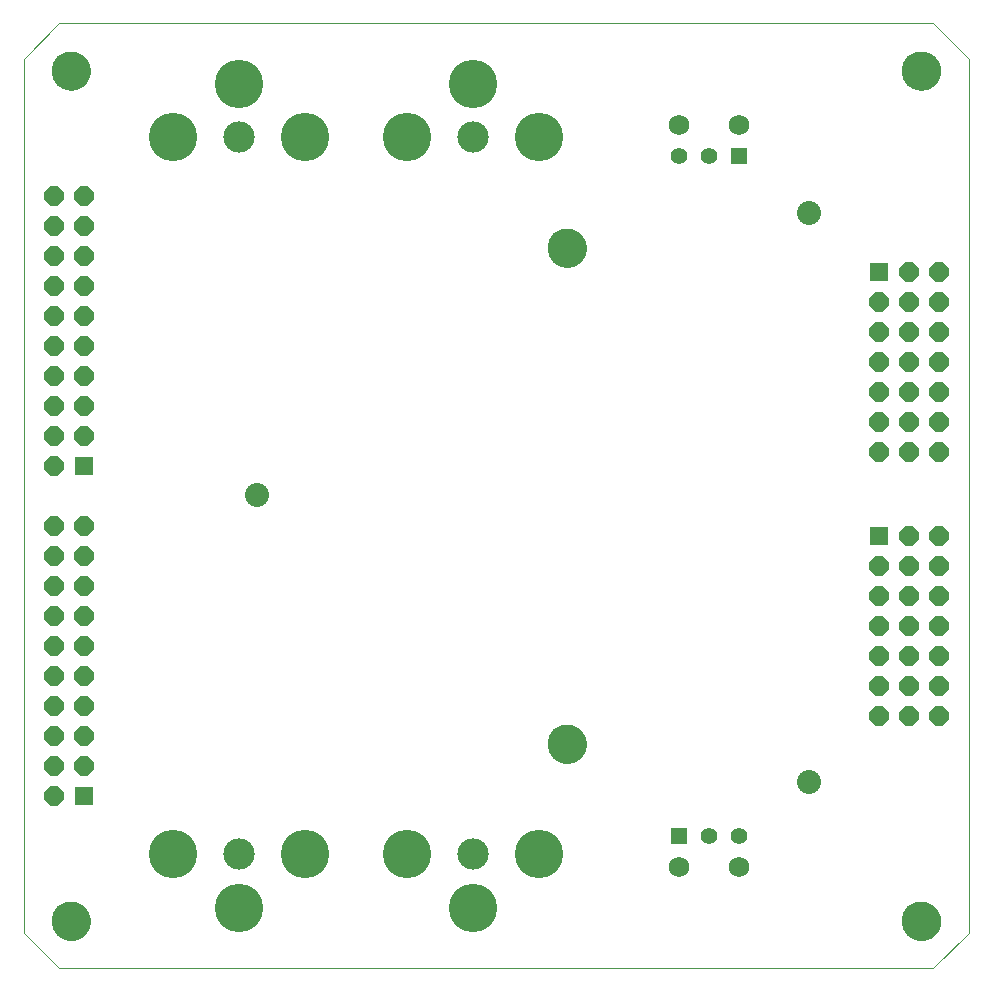
<source format=gbs>
G75*
%MOIN*%
%OFA0B0*%
%FSLAX25Y25*%
%IPPOS*%
%LPD*%
%AMOC8*
5,1,8,0,0,1.08239X$1,22.5*
%
%ADD10C,0.05550*%
%ADD11R,0.05550X0.05550*%
%ADD12C,0.06896*%
%ADD13C,0.10439*%
%ADD14C,0.16148*%
%ADD15C,0.08000*%
%ADD16OC8,0.06400*%
%ADD17R,0.06400X0.06400*%
%ADD18C,0.00000*%
%ADD19C,0.12998*%
D10*
X0238537Y0054643D03*
X0248537Y0054643D03*
X0238537Y0281257D03*
X0228537Y0281257D03*
D11*
X0248537Y0281257D03*
X0228537Y0054643D03*
D12*
X0228537Y0044328D03*
X0248537Y0044328D03*
X0248537Y0291612D03*
X0228537Y0291612D03*
D13*
X0159837Y0287426D03*
X0082137Y0287426D03*
X0082137Y0048457D03*
X0159837Y0048457D03*
D14*
X0159837Y0030741D03*
X0137837Y0048457D03*
X0104137Y0048457D03*
X0082137Y0030741D03*
X0060137Y0048457D03*
X0181837Y0048457D03*
X0181837Y0287426D03*
X0159837Y0305143D03*
X0137837Y0287426D03*
X0104137Y0287426D03*
X0082137Y0305143D03*
X0060137Y0287426D03*
D15*
X0088011Y0168143D03*
X0272011Y0262143D03*
X0272011Y0072643D03*
D16*
X0295200Y0094457D03*
X0305200Y0094457D03*
X0315200Y0094457D03*
X0315200Y0104457D03*
X0305200Y0104457D03*
X0295200Y0104457D03*
X0295200Y0114457D03*
X0305200Y0114457D03*
X0315200Y0114457D03*
X0315200Y0124457D03*
X0305200Y0124457D03*
X0295200Y0124457D03*
X0295200Y0134457D03*
X0305200Y0134457D03*
X0315200Y0134457D03*
X0315200Y0144457D03*
X0315200Y0154457D03*
X0305200Y0154457D03*
X0305200Y0144457D03*
X0295200Y0144457D03*
X0295200Y0182457D03*
X0305200Y0182457D03*
X0315200Y0182457D03*
X0315200Y0192457D03*
X0305200Y0192457D03*
X0295200Y0192457D03*
X0295200Y0202457D03*
X0305200Y0202457D03*
X0315200Y0202457D03*
X0315200Y0212457D03*
X0305200Y0212457D03*
X0295200Y0212457D03*
X0295200Y0222457D03*
X0305200Y0222457D03*
X0315200Y0222457D03*
X0315200Y0232457D03*
X0305200Y0232457D03*
X0295200Y0232457D03*
X0305200Y0242457D03*
X0315200Y0242457D03*
X0030161Y0237918D03*
X0030161Y0227918D03*
X0030161Y0217918D03*
X0030161Y0207918D03*
X0030161Y0197918D03*
X0030161Y0187918D03*
X0020161Y0187918D03*
X0020161Y0177918D03*
X0020161Y0157918D03*
X0030161Y0157918D03*
X0030161Y0147918D03*
X0030161Y0137918D03*
X0030161Y0127918D03*
X0030161Y0117918D03*
X0030161Y0107918D03*
X0030161Y0097918D03*
X0030161Y0087918D03*
X0030161Y0077918D03*
X0020161Y0077918D03*
X0020161Y0067918D03*
X0020161Y0087918D03*
X0020161Y0097918D03*
X0020161Y0107918D03*
X0020161Y0117918D03*
X0020161Y0127918D03*
X0020161Y0137918D03*
X0020161Y0147918D03*
X0020161Y0197918D03*
X0020161Y0207918D03*
X0020161Y0217918D03*
X0020161Y0227918D03*
X0020161Y0237918D03*
X0020161Y0247918D03*
X0030161Y0247918D03*
X0030161Y0257918D03*
X0030161Y0267918D03*
X0020161Y0267918D03*
X0020161Y0257918D03*
D17*
X0030161Y0177918D03*
X0030161Y0067918D03*
X0295200Y0154457D03*
X0295200Y0242457D03*
D18*
X0022011Y0010457D02*
X0010200Y0022269D01*
X0010200Y0313607D01*
X0022011Y0325418D01*
X0313350Y0325418D01*
X0325161Y0313607D01*
X0325161Y0022269D01*
X0313350Y0010457D01*
X0022011Y0010457D01*
X0019649Y0026206D02*
X0019651Y0026364D01*
X0019657Y0026522D01*
X0019667Y0026680D01*
X0019681Y0026838D01*
X0019699Y0026995D01*
X0019720Y0027152D01*
X0019746Y0027308D01*
X0019776Y0027464D01*
X0019809Y0027619D01*
X0019847Y0027772D01*
X0019888Y0027925D01*
X0019933Y0028077D01*
X0019982Y0028228D01*
X0020035Y0028377D01*
X0020091Y0028525D01*
X0020151Y0028671D01*
X0020215Y0028816D01*
X0020283Y0028959D01*
X0020354Y0029101D01*
X0020428Y0029241D01*
X0020506Y0029378D01*
X0020588Y0029514D01*
X0020672Y0029648D01*
X0020761Y0029779D01*
X0020852Y0029908D01*
X0020947Y0030035D01*
X0021044Y0030160D01*
X0021145Y0030282D01*
X0021249Y0030401D01*
X0021356Y0030518D01*
X0021466Y0030632D01*
X0021579Y0030743D01*
X0021694Y0030852D01*
X0021812Y0030957D01*
X0021933Y0031059D01*
X0022056Y0031159D01*
X0022182Y0031255D01*
X0022310Y0031348D01*
X0022440Y0031438D01*
X0022573Y0031524D01*
X0022708Y0031608D01*
X0022844Y0031687D01*
X0022983Y0031764D01*
X0023124Y0031836D01*
X0023266Y0031906D01*
X0023410Y0031971D01*
X0023556Y0032033D01*
X0023703Y0032091D01*
X0023852Y0032146D01*
X0024002Y0032197D01*
X0024153Y0032244D01*
X0024305Y0032287D01*
X0024458Y0032326D01*
X0024613Y0032362D01*
X0024768Y0032393D01*
X0024924Y0032421D01*
X0025080Y0032445D01*
X0025237Y0032465D01*
X0025395Y0032481D01*
X0025552Y0032493D01*
X0025711Y0032501D01*
X0025869Y0032505D01*
X0026027Y0032505D01*
X0026185Y0032501D01*
X0026344Y0032493D01*
X0026501Y0032481D01*
X0026659Y0032465D01*
X0026816Y0032445D01*
X0026972Y0032421D01*
X0027128Y0032393D01*
X0027283Y0032362D01*
X0027438Y0032326D01*
X0027591Y0032287D01*
X0027743Y0032244D01*
X0027894Y0032197D01*
X0028044Y0032146D01*
X0028193Y0032091D01*
X0028340Y0032033D01*
X0028486Y0031971D01*
X0028630Y0031906D01*
X0028772Y0031836D01*
X0028913Y0031764D01*
X0029052Y0031687D01*
X0029188Y0031608D01*
X0029323Y0031524D01*
X0029456Y0031438D01*
X0029586Y0031348D01*
X0029714Y0031255D01*
X0029840Y0031159D01*
X0029963Y0031059D01*
X0030084Y0030957D01*
X0030202Y0030852D01*
X0030317Y0030743D01*
X0030430Y0030632D01*
X0030540Y0030518D01*
X0030647Y0030401D01*
X0030751Y0030282D01*
X0030852Y0030160D01*
X0030949Y0030035D01*
X0031044Y0029908D01*
X0031135Y0029779D01*
X0031224Y0029648D01*
X0031308Y0029514D01*
X0031390Y0029378D01*
X0031468Y0029241D01*
X0031542Y0029101D01*
X0031613Y0028959D01*
X0031681Y0028816D01*
X0031745Y0028671D01*
X0031805Y0028525D01*
X0031861Y0028377D01*
X0031914Y0028228D01*
X0031963Y0028077D01*
X0032008Y0027925D01*
X0032049Y0027772D01*
X0032087Y0027619D01*
X0032120Y0027464D01*
X0032150Y0027308D01*
X0032176Y0027152D01*
X0032197Y0026995D01*
X0032215Y0026838D01*
X0032229Y0026680D01*
X0032239Y0026522D01*
X0032245Y0026364D01*
X0032247Y0026206D01*
X0032245Y0026048D01*
X0032239Y0025890D01*
X0032229Y0025732D01*
X0032215Y0025574D01*
X0032197Y0025417D01*
X0032176Y0025260D01*
X0032150Y0025104D01*
X0032120Y0024948D01*
X0032087Y0024793D01*
X0032049Y0024640D01*
X0032008Y0024487D01*
X0031963Y0024335D01*
X0031914Y0024184D01*
X0031861Y0024035D01*
X0031805Y0023887D01*
X0031745Y0023741D01*
X0031681Y0023596D01*
X0031613Y0023453D01*
X0031542Y0023311D01*
X0031468Y0023171D01*
X0031390Y0023034D01*
X0031308Y0022898D01*
X0031224Y0022764D01*
X0031135Y0022633D01*
X0031044Y0022504D01*
X0030949Y0022377D01*
X0030852Y0022252D01*
X0030751Y0022130D01*
X0030647Y0022011D01*
X0030540Y0021894D01*
X0030430Y0021780D01*
X0030317Y0021669D01*
X0030202Y0021560D01*
X0030084Y0021455D01*
X0029963Y0021353D01*
X0029840Y0021253D01*
X0029714Y0021157D01*
X0029586Y0021064D01*
X0029456Y0020974D01*
X0029323Y0020888D01*
X0029188Y0020804D01*
X0029052Y0020725D01*
X0028913Y0020648D01*
X0028772Y0020576D01*
X0028630Y0020506D01*
X0028486Y0020441D01*
X0028340Y0020379D01*
X0028193Y0020321D01*
X0028044Y0020266D01*
X0027894Y0020215D01*
X0027743Y0020168D01*
X0027591Y0020125D01*
X0027438Y0020086D01*
X0027283Y0020050D01*
X0027128Y0020019D01*
X0026972Y0019991D01*
X0026816Y0019967D01*
X0026659Y0019947D01*
X0026501Y0019931D01*
X0026344Y0019919D01*
X0026185Y0019911D01*
X0026027Y0019907D01*
X0025869Y0019907D01*
X0025711Y0019911D01*
X0025552Y0019919D01*
X0025395Y0019931D01*
X0025237Y0019947D01*
X0025080Y0019967D01*
X0024924Y0019991D01*
X0024768Y0020019D01*
X0024613Y0020050D01*
X0024458Y0020086D01*
X0024305Y0020125D01*
X0024153Y0020168D01*
X0024002Y0020215D01*
X0023852Y0020266D01*
X0023703Y0020321D01*
X0023556Y0020379D01*
X0023410Y0020441D01*
X0023266Y0020506D01*
X0023124Y0020576D01*
X0022983Y0020648D01*
X0022844Y0020725D01*
X0022708Y0020804D01*
X0022573Y0020888D01*
X0022440Y0020974D01*
X0022310Y0021064D01*
X0022182Y0021157D01*
X0022056Y0021253D01*
X0021933Y0021353D01*
X0021812Y0021455D01*
X0021694Y0021560D01*
X0021579Y0021669D01*
X0021466Y0021780D01*
X0021356Y0021894D01*
X0021249Y0022011D01*
X0021145Y0022130D01*
X0021044Y0022252D01*
X0020947Y0022377D01*
X0020852Y0022504D01*
X0020761Y0022633D01*
X0020672Y0022764D01*
X0020588Y0022898D01*
X0020506Y0023034D01*
X0020428Y0023171D01*
X0020354Y0023311D01*
X0020283Y0023453D01*
X0020215Y0023596D01*
X0020151Y0023741D01*
X0020091Y0023887D01*
X0020035Y0024035D01*
X0019982Y0024184D01*
X0019933Y0024335D01*
X0019888Y0024487D01*
X0019847Y0024640D01*
X0019809Y0024793D01*
X0019776Y0024948D01*
X0019746Y0025104D01*
X0019720Y0025260D01*
X0019699Y0025417D01*
X0019681Y0025574D01*
X0019667Y0025732D01*
X0019657Y0025890D01*
X0019651Y0026048D01*
X0019649Y0026206D01*
X0185003Y0085261D02*
X0185005Y0085419D01*
X0185011Y0085577D01*
X0185021Y0085735D01*
X0185035Y0085893D01*
X0185053Y0086050D01*
X0185074Y0086207D01*
X0185100Y0086363D01*
X0185130Y0086519D01*
X0185163Y0086674D01*
X0185201Y0086827D01*
X0185242Y0086980D01*
X0185287Y0087132D01*
X0185336Y0087283D01*
X0185389Y0087432D01*
X0185445Y0087580D01*
X0185505Y0087726D01*
X0185569Y0087871D01*
X0185637Y0088014D01*
X0185708Y0088156D01*
X0185782Y0088296D01*
X0185860Y0088433D01*
X0185942Y0088569D01*
X0186026Y0088703D01*
X0186115Y0088834D01*
X0186206Y0088963D01*
X0186301Y0089090D01*
X0186398Y0089215D01*
X0186499Y0089337D01*
X0186603Y0089456D01*
X0186710Y0089573D01*
X0186820Y0089687D01*
X0186933Y0089798D01*
X0187048Y0089907D01*
X0187166Y0090012D01*
X0187287Y0090114D01*
X0187410Y0090214D01*
X0187536Y0090310D01*
X0187664Y0090403D01*
X0187794Y0090493D01*
X0187927Y0090579D01*
X0188062Y0090663D01*
X0188198Y0090742D01*
X0188337Y0090819D01*
X0188478Y0090891D01*
X0188620Y0090961D01*
X0188764Y0091026D01*
X0188910Y0091088D01*
X0189057Y0091146D01*
X0189206Y0091201D01*
X0189356Y0091252D01*
X0189507Y0091299D01*
X0189659Y0091342D01*
X0189812Y0091381D01*
X0189967Y0091417D01*
X0190122Y0091448D01*
X0190278Y0091476D01*
X0190434Y0091500D01*
X0190591Y0091520D01*
X0190749Y0091536D01*
X0190906Y0091548D01*
X0191065Y0091556D01*
X0191223Y0091560D01*
X0191381Y0091560D01*
X0191539Y0091556D01*
X0191698Y0091548D01*
X0191855Y0091536D01*
X0192013Y0091520D01*
X0192170Y0091500D01*
X0192326Y0091476D01*
X0192482Y0091448D01*
X0192637Y0091417D01*
X0192792Y0091381D01*
X0192945Y0091342D01*
X0193097Y0091299D01*
X0193248Y0091252D01*
X0193398Y0091201D01*
X0193547Y0091146D01*
X0193694Y0091088D01*
X0193840Y0091026D01*
X0193984Y0090961D01*
X0194126Y0090891D01*
X0194267Y0090819D01*
X0194406Y0090742D01*
X0194542Y0090663D01*
X0194677Y0090579D01*
X0194810Y0090493D01*
X0194940Y0090403D01*
X0195068Y0090310D01*
X0195194Y0090214D01*
X0195317Y0090114D01*
X0195438Y0090012D01*
X0195556Y0089907D01*
X0195671Y0089798D01*
X0195784Y0089687D01*
X0195894Y0089573D01*
X0196001Y0089456D01*
X0196105Y0089337D01*
X0196206Y0089215D01*
X0196303Y0089090D01*
X0196398Y0088963D01*
X0196489Y0088834D01*
X0196578Y0088703D01*
X0196662Y0088569D01*
X0196744Y0088433D01*
X0196822Y0088296D01*
X0196896Y0088156D01*
X0196967Y0088014D01*
X0197035Y0087871D01*
X0197099Y0087726D01*
X0197159Y0087580D01*
X0197215Y0087432D01*
X0197268Y0087283D01*
X0197317Y0087132D01*
X0197362Y0086980D01*
X0197403Y0086827D01*
X0197441Y0086674D01*
X0197474Y0086519D01*
X0197504Y0086363D01*
X0197530Y0086207D01*
X0197551Y0086050D01*
X0197569Y0085893D01*
X0197583Y0085735D01*
X0197593Y0085577D01*
X0197599Y0085419D01*
X0197601Y0085261D01*
X0197599Y0085103D01*
X0197593Y0084945D01*
X0197583Y0084787D01*
X0197569Y0084629D01*
X0197551Y0084472D01*
X0197530Y0084315D01*
X0197504Y0084159D01*
X0197474Y0084003D01*
X0197441Y0083848D01*
X0197403Y0083695D01*
X0197362Y0083542D01*
X0197317Y0083390D01*
X0197268Y0083239D01*
X0197215Y0083090D01*
X0197159Y0082942D01*
X0197099Y0082796D01*
X0197035Y0082651D01*
X0196967Y0082508D01*
X0196896Y0082366D01*
X0196822Y0082226D01*
X0196744Y0082089D01*
X0196662Y0081953D01*
X0196578Y0081819D01*
X0196489Y0081688D01*
X0196398Y0081559D01*
X0196303Y0081432D01*
X0196206Y0081307D01*
X0196105Y0081185D01*
X0196001Y0081066D01*
X0195894Y0080949D01*
X0195784Y0080835D01*
X0195671Y0080724D01*
X0195556Y0080615D01*
X0195438Y0080510D01*
X0195317Y0080408D01*
X0195194Y0080308D01*
X0195068Y0080212D01*
X0194940Y0080119D01*
X0194810Y0080029D01*
X0194677Y0079943D01*
X0194542Y0079859D01*
X0194406Y0079780D01*
X0194267Y0079703D01*
X0194126Y0079631D01*
X0193984Y0079561D01*
X0193840Y0079496D01*
X0193694Y0079434D01*
X0193547Y0079376D01*
X0193398Y0079321D01*
X0193248Y0079270D01*
X0193097Y0079223D01*
X0192945Y0079180D01*
X0192792Y0079141D01*
X0192637Y0079105D01*
X0192482Y0079074D01*
X0192326Y0079046D01*
X0192170Y0079022D01*
X0192013Y0079002D01*
X0191855Y0078986D01*
X0191698Y0078974D01*
X0191539Y0078966D01*
X0191381Y0078962D01*
X0191223Y0078962D01*
X0191065Y0078966D01*
X0190906Y0078974D01*
X0190749Y0078986D01*
X0190591Y0079002D01*
X0190434Y0079022D01*
X0190278Y0079046D01*
X0190122Y0079074D01*
X0189967Y0079105D01*
X0189812Y0079141D01*
X0189659Y0079180D01*
X0189507Y0079223D01*
X0189356Y0079270D01*
X0189206Y0079321D01*
X0189057Y0079376D01*
X0188910Y0079434D01*
X0188764Y0079496D01*
X0188620Y0079561D01*
X0188478Y0079631D01*
X0188337Y0079703D01*
X0188198Y0079780D01*
X0188062Y0079859D01*
X0187927Y0079943D01*
X0187794Y0080029D01*
X0187664Y0080119D01*
X0187536Y0080212D01*
X0187410Y0080308D01*
X0187287Y0080408D01*
X0187166Y0080510D01*
X0187048Y0080615D01*
X0186933Y0080724D01*
X0186820Y0080835D01*
X0186710Y0080949D01*
X0186603Y0081066D01*
X0186499Y0081185D01*
X0186398Y0081307D01*
X0186301Y0081432D01*
X0186206Y0081559D01*
X0186115Y0081688D01*
X0186026Y0081819D01*
X0185942Y0081953D01*
X0185860Y0082089D01*
X0185782Y0082226D01*
X0185708Y0082366D01*
X0185637Y0082508D01*
X0185569Y0082651D01*
X0185505Y0082796D01*
X0185445Y0082942D01*
X0185389Y0083090D01*
X0185336Y0083239D01*
X0185287Y0083390D01*
X0185242Y0083542D01*
X0185201Y0083695D01*
X0185163Y0083848D01*
X0185130Y0084003D01*
X0185100Y0084159D01*
X0185074Y0084315D01*
X0185053Y0084472D01*
X0185035Y0084629D01*
X0185021Y0084787D01*
X0185011Y0084945D01*
X0185005Y0085103D01*
X0185003Y0085261D01*
X0303114Y0026206D02*
X0303116Y0026364D01*
X0303122Y0026522D01*
X0303132Y0026680D01*
X0303146Y0026838D01*
X0303164Y0026995D01*
X0303185Y0027152D01*
X0303211Y0027308D01*
X0303241Y0027464D01*
X0303274Y0027619D01*
X0303312Y0027772D01*
X0303353Y0027925D01*
X0303398Y0028077D01*
X0303447Y0028228D01*
X0303500Y0028377D01*
X0303556Y0028525D01*
X0303616Y0028671D01*
X0303680Y0028816D01*
X0303748Y0028959D01*
X0303819Y0029101D01*
X0303893Y0029241D01*
X0303971Y0029378D01*
X0304053Y0029514D01*
X0304137Y0029648D01*
X0304226Y0029779D01*
X0304317Y0029908D01*
X0304412Y0030035D01*
X0304509Y0030160D01*
X0304610Y0030282D01*
X0304714Y0030401D01*
X0304821Y0030518D01*
X0304931Y0030632D01*
X0305044Y0030743D01*
X0305159Y0030852D01*
X0305277Y0030957D01*
X0305398Y0031059D01*
X0305521Y0031159D01*
X0305647Y0031255D01*
X0305775Y0031348D01*
X0305905Y0031438D01*
X0306038Y0031524D01*
X0306173Y0031608D01*
X0306309Y0031687D01*
X0306448Y0031764D01*
X0306589Y0031836D01*
X0306731Y0031906D01*
X0306875Y0031971D01*
X0307021Y0032033D01*
X0307168Y0032091D01*
X0307317Y0032146D01*
X0307467Y0032197D01*
X0307618Y0032244D01*
X0307770Y0032287D01*
X0307923Y0032326D01*
X0308078Y0032362D01*
X0308233Y0032393D01*
X0308389Y0032421D01*
X0308545Y0032445D01*
X0308702Y0032465D01*
X0308860Y0032481D01*
X0309017Y0032493D01*
X0309176Y0032501D01*
X0309334Y0032505D01*
X0309492Y0032505D01*
X0309650Y0032501D01*
X0309809Y0032493D01*
X0309966Y0032481D01*
X0310124Y0032465D01*
X0310281Y0032445D01*
X0310437Y0032421D01*
X0310593Y0032393D01*
X0310748Y0032362D01*
X0310903Y0032326D01*
X0311056Y0032287D01*
X0311208Y0032244D01*
X0311359Y0032197D01*
X0311509Y0032146D01*
X0311658Y0032091D01*
X0311805Y0032033D01*
X0311951Y0031971D01*
X0312095Y0031906D01*
X0312237Y0031836D01*
X0312378Y0031764D01*
X0312517Y0031687D01*
X0312653Y0031608D01*
X0312788Y0031524D01*
X0312921Y0031438D01*
X0313051Y0031348D01*
X0313179Y0031255D01*
X0313305Y0031159D01*
X0313428Y0031059D01*
X0313549Y0030957D01*
X0313667Y0030852D01*
X0313782Y0030743D01*
X0313895Y0030632D01*
X0314005Y0030518D01*
X0314112Y0030401D01*
X0314216Y0030282D01*
X0314317Y0030160D01*
X0314414Y0030035D01*
X0314509Y0029908D01*
X0314600Y0029779D01*
X0314689Y0029648D01*
X0314773Y0029514D01*
X0314855Y0029378D01*
X0314933Y0029241D01*
X0315007Y0029101D01*
X0315078Y0028959D01*
X0315146Y0028816D01*
X0315210Y0028671D01*
X0315270Y0028525D01*
X0315326Y0028377D01*
X0315379Y0028228D01*
X0315428Y0028077D01*
X0315473Y0027925D01*
X0315514Y0027772D01*
X0315552Y0027619D01*
X0315585Y0027464D01*
X0315615Y0027308D01*
X0315641Y0027152D01*
X0315662Y0026995D01*
X0315680Y0026838D01*
X0315694Y0026680D01*
X0315704Y0026522D01*
X0315710Y0026364D01*
X0315712Y0026206D01*
X0315710Y0026048D01*
X0315704Y0025890D01*
X0315694Y0025732D01*
X0315680Y0025574D01*
X0315662Y0025417D01*
X0315641Y0025260D01*
X0315615Y0025104D01*
X0315585Y0024948D01*
X0315552Y0024793D01*
X0315514Y0024640D01*
X0315473Y0024487D01*
X0315428Y0024335D01*
X0315379Y0024184D01*
X0315326Y0024035D01*
X0315270Y0023887D01*
X0315210Y0023741D01*
X0315146Y0023596D01*
X0315078Y0023453D01*
X0315007Y0023311D01*
X0314933Y0023171D01*
X0314855Y0023034D01*
X0314773Y0022898D01*
X0314689Y0022764D01*
X0314600Y0022633D01*
X0314509Y0022504D01*
X0314414Y0022377D01*
X0314317Y0022252D01*
X0314216Y0022130D01*
X0314112Y0022011D01*
X0314005Y0021894D01*
X0313895Y0021780D01*
X0313782Y0021669D01*
X0313667Y0021560D01*
X0313549Y0021455D01*
X0313428Y0021353D01*
X0313305Y0021253D01*
X0313179Y0021157D01*
X0313051Y0021064D01*
X0312921Y0020974D01*
X0312788Y0020888D01*
X0312653Y0020804D01*
X0312517Y0020725D01*
X0312378Y0020648D01*
X0312237Y0020576D01*
X0312095Y0020506D01*
X0311951Y0020441D01*
X0311805Y0020379D01*
X0311658Y0020321D01*
X0311509Y0020266D01*
X0311359Y0020215D01*
X0311208Y0020168D01*
X0311056Y0020125D01*
X0310903Y0020086D01*
X0310748Y0020050D01*
X0310593Y0020019D01*
X0310437Y0019991D01*
X0310281Y0019967D01*
X0310124Y0019947D01*
X0309966Y0019931D01*
X0309809Y0019919D01*
X0309650Y0019911D01*
X0309492Y0019907D01*
X0309334Y0019907D01*
X0309176Y0019911D01*
X0309017Y0019919D01*
X0308860Y0019931D01*
X0308702Y0019947D01*
X0308545Y0019967D01*
X0308389Y0019991D01*
X0308233Y0020019D01*
X0308078Y0020050D01*
X0307923Y0020086D01*
X0307770Y0020125D01*
X0307618Y0020168D01*
X0307467Y0020215D01*
X0307317Y0020266D01*
X0307168Y0020321D01*
X0307021Y0020379D01*
X0306875Y0020441D01*
X0306731Y0020506D01*
X0306589Y0020576D01*
X0306448Y0020648D01*
X0306309Y0020725D01*
X0306173Y0020804D01*
X0306038Y0020888D01*
X0305905Y0020974D01*
X0305775Y0021064D01*
X0305647Y0021157D01*
X0305521Y0021253D01*
X0305398Y0021353D01*
X0305277Y0021455D01*
X0305159Y0021560D01*
X0305044Y0021669D01*
X0304931Y0021780D01*
X0304821Y0021894D01*
X0304714Y0022011D01*
X0304610Y0022130D01*
X0304509Y0022252D01*
X0304412Y0022377D01*
X0304317Y0022504D01*
X0304226Y0022633D01*
X0304137Y0022764D01*
X0304053Y0022898D01*
X0303971Y0023034D01*
X0303893Y0023171D01*
X0303819Y0023311D01*
X0303748Y0023453D01*
X0303680Y0023596D01*
X0303616Y0023741D01*
X0303556Y0023887D01*
X0303500Y0024035D01*
X0303447Y0024184D01*
X0303398Y0024335D01*
X0303353Y0024487D01*
X0303312Y0024640D01*
X0303274Y0024793D01*
X0303241Y0024948D01*
X0303211Y0025104D01*
X0303185Y0025260D01*
X0303164Y0025417D01*
X0303146Y0025574D01*
X0303132Y0025732D01*
X0303122Y0025890D01*
X0303116Y0026048D01*
X0303114Y0026206D01*
X0185003Y0250615D02*
X0185005Y0250773D01*
X0185011Y0250931D01*
X0185021Y0251089D01*
X0185035Y0251247D01*
X0185053Y0251404D01*
X0185074Y0251561D01*
X0185100Y0251717D01*
X0185130Y0251873D01*
X0185163Y0252028D01*
X0185201Y0252181D01*
X0185242Y0252334D01*
X0185287Y0252486D01*
X0185336Y0252637D01*
X0185389Y0252786D01*
X0185445Y0252934D01*
X0185505Y0253080D01*
X0185569Y0253225D01*
X0185637Y0253368D01*
X0185708Y0253510D01*
X0185782Y0253650D01*
X0185860Y0253787D01*
X0185942Y0253923D01*
X0186026Y0254057D01*
X0186115Y0254188D01*
X0186206Y0254317D01*
X0186301Y0254444D01*
X0186398Y0254569D01*
X0186499Y0254691D01*
X0186603Y0254810D01*
X0186710Y0254927D01*
X0186820Y0255041D01*
X0186933Y0255152D01*
X0187048Y0255261D01*
X0187166Y0255366D01*
X0187287Y0255468D01*
X0187410Y0255568D01*
X0187536Y0255664D01*
X0187664Y0255757D01*
X0187794Y0255847D01*
X0187927Y0255933D01*
X0188062Y0256017D01*
X0188198Y0256096D01*
X0188337Y0256173D01*
X0188478Y0256245D01*
X0188620Y0256315D01*
X0188764Y0256380D01*
X0188910Y0256442D01*
X0189057Y0256500D01*
X0189206Y0256555D01*
X0189356Y0256606D01*
X0189507Y0256653D01*
X0189659Y0256696D01*
X0189812Y0256735D01*
X0189967Y0256771D01*
X0190122Y0256802D01*
X0190278Y0256830D01*
X0190434Y0256854D01*
X0190591Y0256874D01*
X0190749Y0256890D01*
X0190906Y0256902D01*
X0191065Y0256910D01*
X0191223Y0256914D01*
X0191381Y0256914D01*
X0191539Y0256910D01*
X0191698Y0256902D01*
X0191855Y0256890D01*
X0192013Y0256874D01*
X0192170Y0256854D01*
X0192326Y0256830D01*
X0192482Y0256802D01*
X0192637Y0256771D01*
X0192792Y0256735D01*
X0192945Y0256696D01*
X0193097Y0256653D01*
X0193248Y0256606D01*
X0193398Y0256555D01*
X0193547Y0256500D01*
X0193694Y0256442D01*
X0193840Y0256380D01*
X0193984Y0256315D01*
X0194126Y0256245D01*
X0194267Y0256173D01*
X0194406Y0256096D01*
X0194542Y0256017D01*
X0194677Y0255933D01*
X0194810Y0255847D01*
X0194940Y0255757D01*
X0195068Y0255664D01*
X0195194Y0255568D01*
X0195317Y0255468D01*
X0195438Y0255366D01*
X0195556Y0255261D01*
X0195671Y0255152D01*
X0195784Y0255041D01*
X0195894Y0254927D01*
X0196001Y0254810D01*
X0196105Y0254691D01*
X0196206Y0254569D01*
X0196303Y0254444D01*
X0196398Y0254317D01*
X0196489Y0254188D01*
X0196578Y0254057D01*
X0196662Y0253923D01*
X0196744Y0253787D01*
X0196822Y0253650D01*
X0196896Y0253510D01*
X0196967Y0253368D01*
X0197035Y0253225D01*
X0197099Y0253080D01*
X0197159Y0252934D01*
X0197215Y0252786D01*
X0197268Y0252637D01*
X0197317Y0252486D01*
X0197362Y0252334D01*
X0197403Y0252181D01*
X0197441Y0252028D01*
X0197474Y0251873D01*
X0197504Y0251717D01*
X0197530Y0251561D01*
X0197551Y0251404D01*
X0197569Y0251247D01*
X0197583Y0251089D01*
X0197593Y0250931D01*
X0197599Y0250773D01*
X0197601Y0250615D01*
X0197599Y0250457D01*
X0197593Y0250299D01*
X0197583Y0250141D01*
X0197569Y0249983D01*
X0197551Y0249826D01*
X0197530Y0249669D01*
X0197504Y0249513D01*
X0197474Y0249357D01*
X0197441Y0249202D01*
X0197403Y0249049D01*
X0197362Y0248896D01*
X0197317Y0248744D01*
X0197268Y0248593D01*
X0197215Y0248444D01*
X0197159Y0248296D01*
X0197099Y0248150D01*
X0197035Y0248005D01*
X0196967Y0247862D01*
X0196896Y0247720D01*
X0196822Y0247580D01*
X0196744Y0247443D01*
X0196662Y0247307D01*
X0196578Y0247173D01*
X0196489Y0247042D01*
X0196398Y0246913D01*
X0196303Y0246786D01*
X0196206Y0246661D01*
X0196105Y0246539D01*
X0196001Y0246420D01*
X0195894Y0246303D01*
X0195784Y0246189D01*
X0195671Y0246078D01*
X0195556Y0245969D01*
X0195438Y0245864D01*
X0195317Y0245762D01*
X0195194Y0245662D01*
X0195068Y0245566D01*
X0194940Y0245473D01*
X0194810Y0245383D01*
X0194677Y0245297D01*
X0194542Y0245213D01*
X0194406Y0245134D01*
X0194267Y0245057D01*
X0194126Y0244985D01*
X0193984Y0244915D01*
X0193840Y0244850D01*
X0193694Y0244788D01*
X0193547Y0244730D01*
X0193398Y0244675D01*
X0193248Y0244624D01*
X0193097Y0244577D01*
X0192945Y0244534D01*
X0192792Y0244495D01*
X0192637Y0244459D01*
X0192482Y0244428D01*
X0192326Y0244400D01*
X0192170Y0244376D01*
X0192013Y0244356D01*
X0191855Y0244340D01*
X0191698Y0244328D01*
X0191539Y0244320D01*
X0191381Y0244316D01*
X0191223Y0244316D01*
X0191065Y0244320D01*
X0190906Y0244328D01*
X0190749Y0244340D01*
X0190591Y0244356D01*
X0190434Y0244376D01*
X0190278Y0244400D01*
X0190122Y0244428D01*
X0189967Y0244459D01*
X0189812Y0244495D01*
X0189659Y0244534D01*
X0189507Y0244577D01*
X0189356Y0244624D01*
X0189206Y0244675D01*
X0189057Y0244730D01*
X0188910Y0244788D01*
X0188764Y0244850D01*
X0188620Y0244915D01*
X0188478Y0244985D01*
X0188337Y0245057D01*
X0188198Y0245134D01*
X0188062Y0245213D01*
X0187927Y0245297D01*
X0187794Y0245383D01*
X0187664Y0245473D01*
X0187536Y0245566D01*
X0187410Y0245662D01*
X0187287Y0245762D01*
X0187166Y0245864D01*
X0187048Y0245969D01*
X0186933Y0246078D01*
X0186820Y0246189D01*
X0186710Y0246303D01*
X0186603Y0246420D01*
X0186499Y0246539D01*
X0186398Y0246661D01*
X0186301Y0246786D01*
X0186206Y0246913D01*
X0186115Y0247042D01*
X0186026Y0247173D01*
X0185942Y0247307D01*
X0185860Y0247443D01*
X0185782Y0247580D01*
X0185708Y0247720D01*
X0185637Y0247862D01*
X0185569Y0248005D01*
X0185505Y0248150D01*
X0185445Y0248296D01*
X0185389Y0248444D01*
X0185336Y0248593D01*
X0185287Y0248744D01*
X0185242Y0248896D01*
X0185201Y0249049D01*
X0185163Y0249202D01*
X0185130Y0249357D01*
X0185100Y0249513D01*
X0185074Y0249669D01*
X0185053Y0249826D01*
X0185035Y0249983D01*
X0185021Y0250141D01*
X0185011Y0250299D01*
X0185005Y0250457D01*
X0185003Y0250615D01*
X0303114Y0309670D02*
X0303116Y0309828D01*
X0303122Y0309986D01*
X0303132Y0310144D01*
X0303146Y0310302D01*
X0303164Y0310459D01*
X0303185Y0310616D01*
X0303211Y0310772D01*
X0303241Y0310928D01*
X0303274Y0311083D01*
X0303312Y0311236D01*
X0303353Y0311389D01*
X0303398Y0311541D01*
X0303447Y0311692D01*
X0303500Y0311841D01*
X0303556Y0311989D01*
X0303616Y0312135D01*
X0303680Y0312280D01*
X0303748Y0312423D01*
X0303819Y0312565D01*
X0303893Y0312705D01*
X0303971Y0312842D01*
X0304053Y0312978D01*
X0304137Y0313112D01*
X0304226Y0313243D01*
X0304317Y0313372D01*
X0304412Y0313499D01*
X0304509Y0313624D01*
X0304610Y0313746D01*
X0304714Y0313865D01*
X0304821Y0313982D01*
X0304931Y0314096D01*
X0305044Y0314207D01*
X0305159Y0314316D01*
X0305277Y0314421D01*
X0305398Y0314523D01*
X0305521Y0314623D01*
X0305647Y0314719D01*
X0305775Y0314812D01*
X0305905Y0314902D01*
X0306038Y0314988D01*
X0306173Y0315072D01*
X0306309Y0315151D01*
X0306448Y0315228D01*
X0306589Y0315300D01*
X0306731Y0315370D01*
X0306875Y0315435D01*
X0307021Y0315497D01*
X0307168Y0315555D01*
X0307317Y0315610D01*
X0307467Y0315661D01*
X0307618Y0315708D01*
X0307770Y0315751D01*
X0307923Y0315790D01*
X0308078Y0315826D01*
X0308233Y0315857D01*
X0308389Y0315885D01*
X0308545Y0315909D01*
X0308702Y0315929D01*
X0308860Y0315945D01*
X0309017Y0315957D01*
X0309176Y0315965D01*
X0309334Y0315969D01*
X0309492Y0315969D01*
X0309650Y0315965D01*
X0309809Y0315957D01*
X0309966Y0315945D01*
X0310124Y0315929D01*
X0310281Y0315909D01*
X0310437Y0315885D01*
X0310593Y0315857D01*
X0310748Y0315826D01*
X0310903Y0315790D01*
X0311056Y0315751D01*
X0311208Y0315708D01*
X0311359Y0315661D01*
X0311509Y0315610D01*
X0311658Y0315555D01*
X0311805Y0315497D01*
X0311951Y0315435D01*
X0312095Y0315370D01*
X0312237Y0315300D01*
X0312378Y0315228D01*
X0312517Y0315151D01*
X0312653Y0315072D01*
X0312788Y0314988D01*
X0312921Y0314902D01*
X0313051Y0314812D01*
X0313179Y0314719D01*
X0313305Y0314623D01*
X0313428Y0314523D01*
X0313549Y0314421D01*
X0313667Y0314316D01*
X0313782Y0314207D01*
X0313895Y0314096D01*
X0314005Y0313982D01*
X0314112Y0313865D01*
X0314216Y0313746D01*
X0314317Y0313624D01*
X0314414Y0313499D01*
X0314509Y0313372D01*
X0314600Y0313243D01*
X0314689Y0313112D01*
X0314773Y0312978D01*
X0314855Y0312842D01*
X0314933Y0312705D01*
X0315007Y0312565D01*
X0315078Y0312423D01*
X0315146Y0312280D01*
X0315210Y0312135D01*
X0315270Y0311989D01*
X0315326Y0311841D01*
X0315379Y0311692D01*
X0315428Y0311541D01*
X0315473Y0311389D01*
X0315514Y0311236D01*
X0315552Y0311083D01*
X0315585Y0310928D01*
X0315615Y0310772D01*
X0315641Y0310616D01*
X0315662Y0310459D01*
X0315680Y0310302D01*
X0315694Y0310144D01*
X0315704Y0309986D01*
X0315710Y0309828D01*
X0315712Y0309670D01*
X0315710Y0309512D01*
X0315704Y0309354D01*
X0315694Y0309196D01*
X0315680Y0309038D01*
X0315662Y0308881D01*
X0315641Y0308724D01*
X0315615Y0308568D01*
X0315585Y0308412D01*
X0315552Y0308257D01*
X0315514Y0308104D01*
X0315473Y0307951D01*
X0315428Y0307799D01*
X0315379Y0307648D01*
X0315326Y0307499D01*
X0315270Y0307351D01*
X0315210Y0307205D01*
X0315146Y0307060D01*
X0315078Y0306917D01*
X0315007Y0306775D01*
X0314933Y0306635D01*
X0314855Y0306498D01*
X0314773Y0306362D01*
X0314689Y0306228D01*
X0314600Y0306097D01*
X0314509Y0305968D01*
X0314414Y0305841D01*
X0314317Y0305716D01*
X0314216Y0305594D01*
X0314112Y0305475D01*
X0314005Y0305358D01*
X0313895Y0305244D01*
X0313782Y0305133D01*
X0313667Y0305024D01*
X0313549Y0304919D01*
X0313428Y0304817D01*
X0313305Y0304717D01*
X0313179Y0304621D01*
X0313051Y0304528D01*
X0312921Y0304438D01*
X0312788Y0304352D01*
X0312653Y0304268D01*
X0312517Y0304189D01*
X0312378Y0304112D01*
X0312237Y0304040D01*
X0312095Y0303970D01*
X0311951Y0303905D01*
X0311805Y0303843D01*
X0311658Y0303785D01*
X0311509Y0303730D01*
X0311359Y0303679D01*
X0311208Y0303632D01*
X0311056Y0303589D01*
X0310903Y0303550D01*
X0310748Y0303514D01*
X0310593Y0303483D01*
X0310437Y0303455D01*
X0310281Y0303431D01*
X0310124Y0303411D01*
X0309966Y0303395D01*
X0309809Y0303383D01*
X0309650Y0303375D01*
X0309492Y0303371D01*
X0309334Y0303371D01*
X0309176Y0303375D01*
X0309017Y0303383D01*
X0308860Y0303395D01*
X0308702Y0303411D01*
X0308545Y0303431D01*
X0308389Y0303455D01*
X0308233Y0303483D01*
X0308078Y0303514D01*
X0307923Y0303550D01*
X0307770Y0303589D01*
X0307618Y0303632D01*
X0307467Y0303679D01*
X0307317Y0303730D01*
X0307168Y0303785D01*
X0307021Y0303843D01*
X0306875Y0303905D01*
X0306731Y0303970D01*
X0306589Y0304040D01*
X0306448Y0304112D01*
X0306309Y0304189D01*
X0306173Y0304268D01*
X0306038Y0304352D01*
X0305905Y0304438D01*
X0305775Y0304528D01*
X0305647Y0304621D01*
X0305521Y0304717D01*
X0305398Y0304817D01*
X0305277Y0304919D01*
X0305159Y0305024D01*
X0305044Y0305133D01*
X0304931Y0305244D01*
X0304821Y0305358D01*
X0304714Y0305475D01*
X0304610Y0305594D01*
X0304509Y0305716D01*
X0304412Y0305841D01*
X0304317Y0305968D01*
X0304226Y0306097D01*
X0304137Y0306228D01*
X0304053Y0306362D01*
X0303971Y0306498D01*
X0303893Y0306635D01*
X0303819Y0306775D01*
X0303748Y0306917D01*
X0303680Y0307060D01*
X0303616Y0307205D01*
X0303556Y0307351D01*
X0303500Y0307499D01*
X0303447Y0307648D01*
X0303398Y0307799D01*
X0303353Y0307951D01*
X0303312Y0308104D01*
X0303274Y0308257D01*
X0303241Y0308412D01*
X0303211Y0308568D01*
X0303185Y0308724D01*
X0303164Y0308881D01*
X0303146Y0309038D01*
X0303132Y0309196D01*
X0303122Y0309354D01*
X0303116Y0309512D01*
X0303114Y0309670D01*
X0019649Y0309670D02*
X0019651Y0309828D01*
X0019657Y0309986D01*
X0019667Y0310144D01*
X0019681Y0310302D01*
X0019699Y0310459D01*
X0019720Y0310616D01*
X0019746Y0310772D01*
X0019776Y0310928D01*
X0019809Y0311083D01*
X0019847Y0311236D01*
X0019888Y0311389D01*
X0019933Y0311541D01*
X0019982Y0311692D01*
X0020035Y0311841D01*
X0020091Y0311989D01*
X0020151Y0312135D01*
X0020215Y0312280D01*
X0020283Y0312423D01*
X0020354Y0312565D01*
X0020428Y0312705D01*
X0020506Y0312842D01*
X0020588Y0312978D01*
X0020672Y0313112D01*
X0020761Y0313243D01*
X0020852Y0313372D01*
X0020947Y0313499D01*
X0021044Y0313624D01*
X0021145Y0313746D01*
X0021249Y0313865D01*
X0021356Y0313982D01*
X0021466Y0314096D01*
X0021579Y0314207D01*
X0021694Y0314316D01*
X0021812Y0314421D01*
X0021933Y0314523D01*
X0022056Y0314623D01*
X0022182Y0314719D01*
X0022310Y0314812D01*
X0022440Y0314902D01*
X0022573Y0314988D01*
X0022708Y0315072D01*
X0022844Y0315151D01*
X0022983Y0315228D01*
X0023124Y0315300D01*
X0023266Y0315370D01*
X0023410Y0315435D01*
X0023556Y0315497D01*
X0023703Y0315555D01*
X0023852Y0315610D01*
X0024002Y0315661D01*
X0024153Y0315708D01*
X0024305Y0315751D01*
X0024458Y0315790D01*
X0024613Y0315826D01*
X0024768Y0315857D01*
X0024924Y0315885D01*
X0025080Y0315909D01*
X0025237Y0315929D01*
X0025395Y0315945D01*
X0025552Y0315957D01*
X0025711Y0315965D01*
X0025869Y0315969D01*
X0026027Y0315969D01*
X0026185Y0315965D01*
X0026344Y0315957D01*
X0026501Y0315945D01*
X0026659Y0315929D01*
X0026816Y0315909D01*
X0026972Y0315885D01*
X0027128Y0315857D01*
X0027283Y0315826D01*
X0027438Y0315790D01*
X0027591Y0315751D01*
X0027743Y0315708D01*
X0027894Y0315661D01*
X0028044Y0315610D01*
X0028193Y0315555D01*
X0028340Y0315497D01*
X0028486Y0315435D01*
X0028630Y0315370D01*
X0028772Y0315300D01*
X0028913Y0315228D01*
X0029052Y0315151D01*
X0029188Y0315072D01*
X0029323Y0314988D01*
X0029456Y0314902D01*
X0029586Y0314812D01*
X0029714Y0314719D01*
X0029840Y0314623D01*
X0029963Y0314523D01*
X0030084Y0314421D01*
X0030202Y0314316D01*
X0030317Y0314207D01*
X0030430Y0314096D01*
X0030540Y0313982D01*
X0030647Y0313865D01*
X0030751Y0313746D01*
X0030852Y0313624D01*
X0030949Y0313499D01*
X0031044Y0313372D01*
X0031135Y0313243D01*
X0031224Y0313112D01*
X0031308Y0312978D01*
X0031390Y0312842D01*
X0031468Y0312705D01*
X0031542Y0312565D01*
X0031613Y0312423D01*
X0031681Y0312280D01*
X0031745Y0312135D01*
X0031805Y0311989D01*
X0031861Y0311841D01*
X0031914Y0311692D01*
X0031963Y0311541D01*
X0032008Y0311389D01*
X0032049Y0311236D01*
X0032087Y0311083D01*
X0032120Y0310928D01*
X0032150Y0310772D01*
X0032176Y0310616D01*
X0032197Y0310459D01*
X0032215Y0310302D01*
X0032229Y0310144D01*
X0032239Y0309986D01*
X0032245Y0309828D01*
X0032247Y0309670D01*
X0032245Y0309512D01*
X0032239Y0309354D01*
X0032229Y0309196D01*
X0032215Y0309038D01*
X0032197Y0308881D01*
X0032176Y0308724D01*
X0032150Y0308568D01*
X0032120Y0308412D01*
X0032087Y0308257D01*
X0032049Y0308104D01*
X0032008Y0307951D01*
X0031963Y0307799D01*
X0031914Y0307648D01*
X0031861Y0307499D01*
X0031805Y0307351D01*
X0031745Y0307205D01*
X0031681Y0307060D01*
X0031613Y0306917D01*
X0031542Y0306775D01*
X0031468Y0306635D01*
X0031390Y0306498D01*
X0031308Y0306362D01*
X0031224Y0306228D01*
X0031135Y0306097D01*
X0031044Y0305968D01*
X0030949Y0305841D01*
X0030852Y0305716D01*
X0030751Y0305594D01*
X0030647Y0305475D01*
X0030540Y0305358D01*
X0030430Y0305244D01*
X0030317Y0305133D01*
X0030202Y0305024D01*
X0030084Y0304919D01*
X0029963Y0304817D01*
X0029840Y0304717D01*
X0029714Y0304621D01*
X0029586Y0304528D01*
X0029456Y0304438D01*
X0029323Y0304352D01*
X0029188Y0304268D01*
X0029052Y0304189D01*
X0028913Y0304112D01*
X0028772Y0304040D01*
X0028630Y0303970D01*
X0028486Y0303905D01*
X0028340Y0303843D01*
X0028193Y0303785D01*
X0028044Y0303730D01*
X0027894Y0303679D01*
X0027743Y0303632D01*
X0027591Y0303589D01*
X0027438Y0303550D01*
X0027283Y0303514D01*
X0027128Y0303483D01*
X0026972Y0303455D01*
X0026816Y0303431D01*
X0026659Y0303411D01*
X0026501Y0303395D01*
X0026344Y0303383D01*
X0026185Y0303375D01*
X0026027Y0303371D01*
X0025869Y0303371D01*
X0025711Y0303375D01*
X0025552Y0303383D01*
X0025395Y0303395D01*
X0025237Y0303411D01*
X0025080Y0303431D01*
X0024924Y0303455D01*
X0024768Y0303483D01*
X0024613Y0303514D01*
X0024458Y0303550D01*
X0024305Y0303589D01*
X0024153Y0303632D01*
X0024002Y0303679D01*
X0023852Y0303730D01*
X0023703Y0303785D01*
X0023556Y0303843D01*
X0023410Y0303905D01*
X0023266Y0303970D01*
X0023124Y0304040D01*
X0022983Y0304112D01*
X0022844Y0304189D01*
X0022708Y0304268D01*
X0022573Y0304352D01*
X0022440Y0304438D01*
X0022310Y0304528D01*
X0022182Y0304621D01*
X0022056Y0304717D01*
X0021933Y0304817D01*
X0021812Y0304919D01*
X0021694Y0305024D01*
X0021579Y0305133D01*
X0021466Y0305244D01*
X0021356Y0305358D01*
X0021249Y0305475D01*
X0021145Y0305594D01*
X0021044Y0305716D01*
X0020947Y0305841D01*
X0020852Y0305968D01*
X0020761Y0306097D01*
X0020672Y0306228D01*
X0020588Y0306362D01*
X0020506Y0306498D01*
X0020428Y0306635D01*
X0020354Y0306775D01*
X0020283Y0306917D01*
X0020215Y0307060D01*
X0020151Y0307205D01*
X0020091Y0307351D01*
X0020035Y0307499D01*
X0019982Y0307648D01*
X0019933Y0307799D01*
X0019888Y0307951D01*
X0019847Y0308104D01*
X0019809Y0308257D01*
X0019776Y0308412D01*
X0019746Y0308568D01*
X0019720Y0308724D01*
X0019699Y0308881D01*
X0019681Y0309038D01*
X0019667Y0309196D01*
X0019657Y0309354D01*
X0019651Y0309512D01*
X0019649Y0309670D01*
D19*
X0025948Y0309670D03*
X0191302Y0250615D03*
X0309413Y0309670D03*
X0191302Y0085261D03*
X0309413Y0026206D03*
X0025948Y0026206D03*
M02*

</source>
